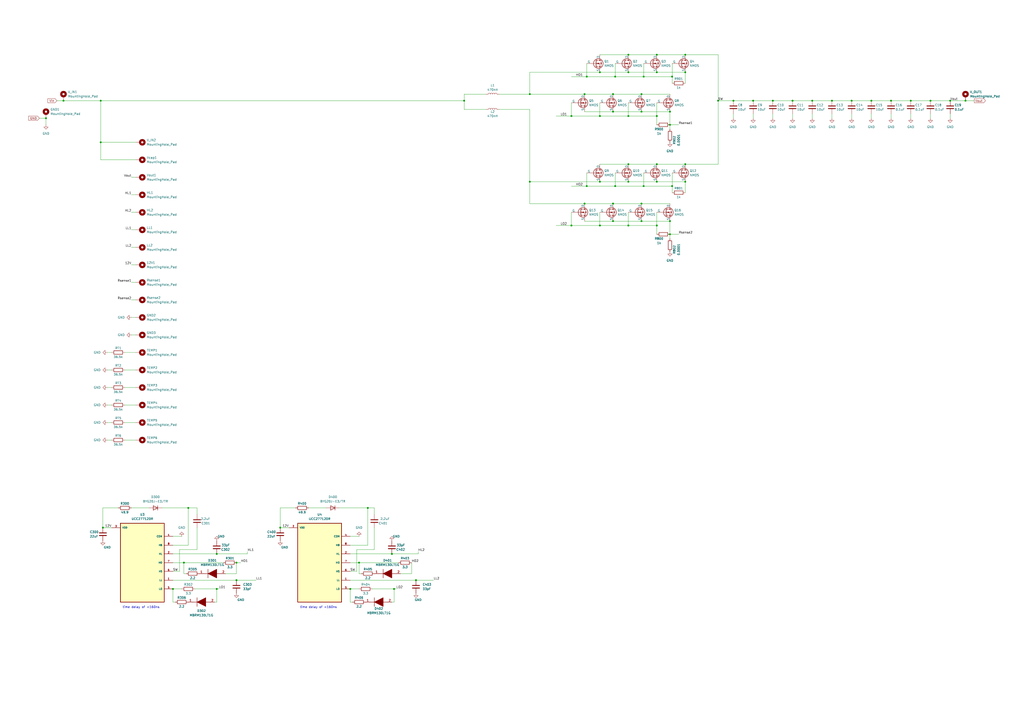
<source format=kicad_sch>
(kicad_sch (version 20230121) (generator eeschema)
  (paper "A2")
  (junction (at 137.16 326.39))
  (junction (at 364.49 105.41))
  (junction (at 482.6 58.42))
  (junction (at 100.33 341.63))
  (junction (at 203.2 341.63))
  (junction (at 364.49 41.91))
  (junction (at 347.98 41.91))
  (junction (at 388.62 128.27))
  (junction (at 331.47 130.81))
  (junction (at 389.89 44.45))
  (junction (at 355.6 64.77))
  (junction (at 26.67 68.58))
  (junction (at 356.87 44.45))
  (junction (at 364.49 130.81))
  (junction (at 364.49 67.31))
  (junction (at 59.69 306.07))
  (junction (at 372.11 54.61))
  (junction (at 347.98 105.41))
  (junction (at 339.09 118.11))
  (junction (at 397.51 105.41))
  (junction (at 227.33 321.31))
  (junction (at 355.6 128.27))
  (junction (at 381 130.81))
  (junction (at 58.42 58.42))
  (junction (at 125.73 321.31))
  (junction (at 106.68 326.39))
  (junction (at 355.6 54.61))
  (junction (at 388.62 135.89))
  (junction (at 560.07 58.42))
  (junction (at 373.38 107.95))
  (junction (at 372.11 118.11))
  (junction (at 162.56 306.07))
  (junction (at 356.87 107.95))
  (junction (at 471.17 58.42))
  (junction (at 331.47 67.31))
  (junction (at 397.51 95.25))
  (junction (at 58.42 82.55))
  (junction (at 340.36 44.45))
  (junction (at 340.36 107.95))
  (junction (at 241.3 336.55))
  (junction (at 347.98 130.81))
  (junction (at 125.73 341.63))
  (junction (at 528.32 58.42))
  (junction (at 459.74 58.42))
  (junction (at 505.46 58.42))
  (junction (at 307.34 54.61))
  (junction (at 372.11 64.77))
  (junction (at 397.51 31.75))
  (junction (at 388.62 64.77))
  (junction (at 381 31.75))
  (junction (at 539.75 58.42))
  (junction (at 494.03 58.42))
  (junction (at 381 95.25))
  (junction (at 381 67.31))
  (junction (at 436.88 58.42))
  (junction (at 213.36 294.64))
  (junction (at 269.24 58.42))
  (junction (at 355.6 118.11))
  (junction (at 381 105.41))
  (junction (at 137.16 336.55))
  (junction (at 388.62 72.39))
  (junction (at 339.09 54.61))
  (junction (at 307.34 105.41))
  (junction (at 208.28 326.39))
  (junction (at 397.51 41.91))
  (junction (at 551.18 58.42))
  (junction (at 228.6 341.63))
  (junction (at 389.89 107.95))
  (junction (at 364.49 95.25))
  (junction (at 364.49 31.75))
  (junction (at 425.45 58.42))
  (junction (at 416.56 58.42))
  (junction (at 448.31 58.42))
  (junction (at 372.11 128.27))
  (junction (at 109.22 294.64))
  (junction (at 36.83 58.42))
  (junction (at 373.38 44.45))
  (junction (at 347.98 67.31))
  (junction (at 516.89 58.42))
  (junction (at 381 41.91))
  (wire (pts (xy 388.62 135.89) (xy 388.62 138.43)))
  (wire (pts (xy 36.83 58.42) (xy 58.42 58.42)))
  (wire (pts (xy 322.58 130.81) (xy 331.47 130.81)))
  (wire (pts (xy 72.39 224.79) (xy 78.74 224.79)))
  (wire (pts (xy 381 41.91) (xy 397.51 41.91)))
  (wire (pts (xy 307.34 105.41) (xy 347.98 105.41)))
  (wire (pts (xy 231.14 326.39) (xy 208.28 326.39)))
  (wire (pts (xy 269.24 58.42) (xy 269.24 63.5)))
  (wire (pts (xy 76.2 143.51) (xy 78.74 143.51)))
  (wire (pts (xy 64.77 224.79) (xy 62.23 224.79)))
  (wire (pts (xy 372.11 118.11) (xy 388.62 118.11)))
  (wire (pts (xy 381 135.89) (xy 381 130.81)))
  (wire (pts (xy 113.03 341.63) (xy 125.73 341.63)))
  (wire (pts (xy 100.33 336.55) (xy 137.16 336.55)))
  (wire (pts (xy 436.88 58.42) (xy 425.45 58.42)))
  (wire (pts (xy 347.98 41.91) (xy 364.49 41.91)))
  (wire (pts (xy 217.17 318.77) (xy 207.01 318.77)))
  (wire (pts (xy 76.2 184.15) (xy 78.74 184.15)))
  (wire (pts (xy 208.28 326.39) (xy 208.28 332.74)))
  (wire (pts (xy 339.09 64.77) (xy 355.6 64.77)))
  (wire (pts (xy 106.68 326.39) (xy 100.33 326.39)))
  (wire (pts (xy 208.28 326.39) (xy 203.2 326.39)))
  (wire (pts (xy 381 59.69) (xy 381 67.31)))
  (wire (pts (xy 459.74 66.04) (xy 459.74 68.58)))
  (wire (pts (xy 339.09 128.27) (xy 355.6 128.27)))
  (wire (pts (xy 208.28 341.63) (xy 203.2 341.63)))
  (wire (pts (xy 137.16 326.39) (xy 137.16 332.74)))
  (wire (pts (xy 355.6 118.11) (xy 372.11 118.11)))
  (wire (pts (xy 93.98 294.64) (xy 109.22 294.64)))
  (wire (pts (xy 373.38 107.95) (xy 389.89 107.95)))
  (wire (pts (xy 72.39 234.95) (xy 78.74 234.95)))
  (wire (pts (xy 355.6 54.61) (xy 372.11 54.61)))
  (wire (pts (xy 331.47 44.45) (xy 340.36 44.45)))
  (wire (pts (xy 242.57 320.04) (xy 242.57 321.31)))
  (wire (pts (xy 76.2 153.67) (xy 78.74 153.67)))
  (wire (pts (xy 289.56 54.61) (xy 307.34 54.61)))
  (wire (pts (xy 331.47 59.69) (xy 331.47 67.31)))
  (wire (pts (xy 238.76 332.74) (xy 232.41 332.74)))
  (wire (pts (xy 125.73 341.63) (xy 125.73 349.25)))
  (wire (pts (xy 143.51 320.04) (xy 143.51 321.31)))
  (wire (pts (xy 162.56 294.64) (xy 162.56 306.07)))
  (wire (pts (xy 228.6 341.63) (xy 228.6 349.25)))
  (wire (pts (xy 372.11 64.77) (xy 388.62 64.77)))
  (wire (pts (xy 107.95 332.74) (xy 106.68 332.74)))
  (wire (pts (xy 76.2 133.35) (xy 78.74 133.35)))
  (wire (pts (xy 209.55 332.74) (xy 208.28 332.74)))
  (wire (pts (xy 516.89 58.42) (xy 528.32 58.42)))
  (wire (pts (xy 347.98 67.31) (xy 364.49 67.31)))
  (wire (pts (xy 331.47 107.95) (xy 340.36 107.95)))
  (wire (pts (xy 137.16 326.39) (xy 139.7 326.39)))
  (wire (pts (xy 137.16 336.55) (xy 148.59 336.55)))
  (wire (pts (xy 104.14 318.77) (xy 104.14 331.47)))
  (wire (pts (xy 551.18 58.42) (xy 560.07 58.42)))
  (wire (pts (xy 125.73 321.31) (xy 143.51 321.31)))
  (wire (pts (xy 397.51 105.41) (xy 397.51 111.76)))
  (wire (pts (xy 364.49 59.69) (xy 364.49 67.31)))
  (wire (pts (xy 109.22 316.23) (xy 100.33 316.23)))
  (wire (pts (xy 381 95.25) (xy 397.51 95.25)))
  (wire (pts (xy 356.87 100.33) (xy 356.87 107.95)))
  (wire (pts (xy 64.77 214.63) (xy 62.23 214.63)))
  (wire (pts (xy 381 31.75) (xy 397.51 31.75)))
  (wire (pts (xy 364.49 95.25) (xy 381 95.25)))
  (wire (pts (xy 494.03 66.04) (xy 494.03 68.58)))
  (wire (pts (xy 347.98 31.75) (xy 364.49 31.75)))
  (wire (pts (xy 355.6 128.27) (xy 372.11 128.27)))
  (wire (pts (xy 76.2 102.87) (xy 78.74 102.87)))
  (wire (pts (xy 505.46 66.04) (xy 505.46 68.58)))
  (wire (pts (xy 539.75 66.04) (xy 539.75 68.58)))
  (wire (pts (xy 356.87 107.95) (xy 373.38 107.95)))
  (wire (pts (xy 389.89 44.45) (xy 389.89 48.26)))
  (wire (pts (xy 59.69 306.07) (xy 64.77 306.07)))
  (wire (pts (xy 137.16 332.74) (xy 130.81 332.74)))
  (wire (pts (xy 281.94 54.61) (xy 269.24 54.61)))
  (wire (pts (xy 364.49 67.31) (xy 381 67.31)))
  (wire (pts (xy 72.39 255.27) (xy 78.74 255.27)))
  (wire (pts (xy 109.22 294.64) (xy 114.3 294.64)))
  (wire (pts (xy 196.85 294.64) (xy 213.36 294.64)))
  (wire (pts (xy 64.77 255.27) (xy 62.23 255.27)))
  (wire (pts (xy 482.6 58.42) (xy 471.17 58.42)))
  (wire (pts (xy 58.42 82.55) (xy 78.74 82.55)))
  (wire (pts (xy 372.11 54.61) (xy 388.62 54.61)))
  (wire (pts (xy 528.32 58.42) (xy 539.75 58.42)))
  (wire (pts (xy 76.2 173.99) (xy 78.74 173.99)))
  (wire (pts (xy 203.2 321.31) (xy 227.33 321.31)))
  (wire (pts (xy 388.62 64.77) (xy 388.62 72.39)))
  (wire (pts (xy 124.46 349.25) (xy 125.73 349.25)))
  (wire (pts (xy 227.33 349.25) (xy 228.6 349.25)))
  (wire (pts (xy 105.41 341.63) (xy 100.33 341.63)))
  (wire (pts (xy 307.34 54.61) (xy 339.09 54.61)))
  (wire (pts (xy 373.38 44.45) (xy 389.89 44.45)))
  (wire (pts (xy 494.03 58.42) (xy 505.46 58.42)))
  (wire (pts (xy 64.77 245.11) (xy 62.23 245.11)))
  (wire (pts (xy 72.39 204.47) (xy 78.74 204.47)))
  (wire (pts (xy 26.67 68.58) (xy 26.67 72.39)))
  (wire (pts (xy 307.34 41.91) (xy 307.34 54.61)))
  (wire (pts (xy 106.68 326.39) (xy 106.68 332.74)))
  (wire (pts (xy 33.02 58.42) (xy 36.83 58.42)))
  (wire (pts (xy 364.49 41.91) (xy 381 41.91)))
  (wire (pts (xy 100.33 331.47) (xy 104.14 331.47)))
  (wire (pts (xy 238.76 326.39) (xy 238.76 332.74)))
  (wire (pts (xy 340.36 36.83) (xy 340.36 44.45)))
  (wire (pts (xy 389.89 107.95) (xy 389.89 111.76)))
  (wire (pts (xy 551.18 66.04) (xy 551.18 68.58)))
  (wire (pts (xy 347.98 123.19) (xy 347.98 130.81)))
  (wire (pts (xy 127 341.63) (xy 125.73 341.63)))
  (wire (pts (xy 381 130.81) (xy 381 123.19)))
  (wire (pts (xy 356.87 44.45) (xy 373.38 44.45)))
  (wire (pts (xy 227.33 321.31) (xy 242.57 321.31)))
  (wire (pts (xy 381 105.41) (xy 397.51 105.41)))
  (wire (pts (xy 539.75 58.42) (xy 551.18 58.42)))
  (wire (pts (xy 448.31 58.42) (xy 436.88 58.42)))
  (wire (pts (xy 340.36 100.33) (xy 340.36 107.95)))
  (wire (pts (xy 109.22 294.64) (xy 109.22 316.23)))
  (wire (pts (xy 207.01 318.77) (xy 207.01 331.47)))
  (wire (pts (xy 72.39 245.11) (xy 78.74 245.11)))
  (wire (pts (xy 416.56 58.42) (xy 416.56 95.25)))
  (wire (pts (xy 364.49 105.41) (xy 381 105.41)))
  (wire (pts (xy 389.89 107.95) (xy 389.89 100.33)))
  (wire (pts (xy 114.3 294.64) (xy 114.3 298.45)))
  (wire (pts (xy 381 72.39) (xy 381 67.31)))
  (wire (pts (xy 64.77 234.95) (xy 62.23 234.95)))
  (wire (pts (xy 171.45 294.64) (xy 162.56 294.64)))
  (wire (pts (xy 203.2 336.55) (xy 241.3 336.55)))
  (wire (pts (xy 560.07 58.42) (xy 565.15 58.42)))
  (wire (pts (xy 416.56 58.42) (xy 425.45 58.42)))
  (wire (pts (xy 471.17 66.04) (xy 471.17 68.58)))
  (wire (pts (xy 307.34 118.11) (xy 307.34 105.41)))
  (wire (pts (xy 388.62 72.39) (xy 388.62 74.93)))
  (wire (pts (xy 114.3 306.07) (xy 114.3 318.77)))
  (wire (pts (xy 364.49 31.75) (xy 381 31.75)))
  (wire (pts (xy 494.03 58.42) (xy 482.6 58.42)))
  (wire (pts (xy 162.56 306.07) (xy 167.64 306.07)))
  (wire (pts (xy 307.34 118.11) (xy 339.09 118.11)))
  (wire (pts (xy 347.98 95.25) (xy 364.49 95.25)))
  (wire (pts (xy 516.89 66.04) (xy 516.89 68.58)))
  (wire (pts (xy 100.33 321.31) (xy 125.73 321.31)))
  (wire (pts (xy 448.31 66.04) (xy 448.31 68.58)))
  (wire (pts (xy 76.2 194.31) (xy 78.74 194.31)))
  (wire (pts (xy 347.98 105.41) (xy 364.49 105.41)))
  (wire (pts (xy 347.98 130.81) (xy 364.49 130.81)))
  (wire (pts (xy 215.9 341.63) (xy 228.6 341.63)))
  (wire (pts (xy 58.42 58.42) (xy 58.42 82.55)))
  (wire (pts (xy 76.2 163.83) (xy 78.74 163.83)))
  (wire (pts (xy 229.87 341.63) (xy 228.6 341.63)))
  (wire (pts (xy 471.17 58.42) (xy 459.74 58.42)))
  (wire (pts (xy 59.69 294.64) (xy 59.69 306.07)))
  (wire (pts (xy 482.6 66.04) (xy 482.6 68.58)))
  (wire (pts (xy 289.56 63.5) (xy 307.34 63.5)))
  (wire (pts (xy 213.36 294.64) (xy 217.17 294.64)))
  (wire (pts (xy 397.51 95.25) (xy 416.56 95.25)))
  (wire (pts (xy 364.49 123.19) (xy 364.49 130.81)))
  (wire (pts (xy 397.51 41.91) (xy 397.51 48.26)))
  (wire (pts (xy 76.2 113.03) (xy 78.74 113.03)))
  (wire (pts (xy 307.34 41.91) (xy 347.98 41.91)))
  (wire (pts (xy 281.94 63.5) (xy 269.24 63.5)))
  (wire (pts (xy 340.36 44.45) (xy 356.87 44.45)))
  (wire (pts (xy 241.3 336.55) (xy 251.46 336.55)))
  (wire (pts (xy 373.38 36.83) (xy 373.38 44.45)))
  (wire (pts (xy 100.33 349.25) (xy 100.33 341.63)))
  (wire (pts (xy 416.56 31.75) (xy 416.56 58.42)))
  (wire (pts (xy 388.62 72.39) (xy 393.7 72.39)))
  (wire (pts (xy 217.17 294.64) (xy 217.17 298.45)))
  (wire (pts (xy 307.34 63.5) (xy 307.34 105.41)))
  (wire (pts (xy 58.42 58.42) (xy 269.24 58.42)))
  (wire (pts (xy 203.2 349.25) (xy 203.2 341.63)))
  (wire (pts (xy 68.58 294.64) (xy 59.69 294.64)))
  (wire (pts (xy 72.39 214.63) (xy 78.74 214.63)))
  (wire (pts (xy 322.58 67.31) (xy 331.47 67.31)))
  (wire (pts (xy 22.86 68.58) (xy 26.67 68.58)))
  (wire (pts (xy 340.36 107.95) (xy 356.87 107.95)))
  (wire (pts (xy 436.88 66.04) (xy 436.88 68.58)))
  (wire (pts (xy 339.09 118.11) (xy 355.6 118.11)))
  (wire (pts (xy 364.49 130.81) (xy 381 130.81)))
  (wire (pts (xy 356.87 36.83) (xy 356.87 44.45)))
  (wire (pts (xy 179.07 294.64) (xy 189.23 294.64)))
  (wire (pts (xy 347.98 59.69) (xy 347.98 67.31)))
  (wire (pts (xy 208.28 311.15) (xy 203.2 311.15)))
  (wire (pts (xy 76.2 123.19) (xy 78.74 123.19)))
  (wire (pts (xy 425.45 66.04) (xy 425.45 68.58)))
  (wire (pts (xy 76.2 294.64) (xy 86.36 294.64)))
  (wire (pts (xy 114.3 318.77) (xy 104.14 318.77)))
  (wire (pts (xy 355.6 64.77) (xy 372.11 64.77)))
  (wire (pts (xy 58.42 92.71) (xy 78.74 92.71)))
  (wire (pts (xy 213.36 294.64) (xy 213.36 316.23)))
  (wire (pts (xy 331.47 130.81) (xy 347.98 130.81)))
  (wire (pts (xy 58.42 82.55) (xy 58.42 92.71)))
  (wire (pts (xy 397.51 31.75) (xy 416.56 31.75)))
  (wire (pts (xy 269.24 54.61) (xy 269.24 58.42)))
  (wire (pts (xy 372.11 128.27) (xy 388.62 128.27)))
  (wire (pts (xy 217.17 306.07) (xy 217.17 318.77)))
  (wire (pts (xy 528.32 66.04) (xy 528.32 68.58)))
  (wire (pts (xy 101.6 349.25) (xy 100.33 349.25)))
  (wire (pts (xy 203.2 331.47) (xy 207.01 331.47)))
  (wire (pts (xy 204.47 349.25) (xy 203.2 349.25)))
  (wire (pts (xy 388.62 135.89) (xy 393.7 135.89)))
  (wire (pts (xy 459.74 58.42) (xy 448.31 58.42)))
  (wire (pts (xy 331.47 123.19) (xy 331.47 130.81)))
  (wire (pts (xy 339.09 54.61) (xy 355.6 54.61)))
  (wire (pts (xy 213.36 316.23) (xy 203.2 316.23)))
  (wire (pts (xy 129.54 326.39) (xy 106.68 326.39)))
  (wire (pts (xy 331.47 67.31) (xy 347.98 67.31)))
  (wire (pts (xy 505.46 58.42) (xy 516.89 58.42)))
  (wire (pts (xy 388.62 128.27) (xy 388.62 135.89)))
  (wire (pts (xy 373.38 100.33) (xy 373.38 107.95)))
  (wire (pts (xy 389.89 44.45) (xy 389.89 36.83)))
  (wire (pts (xy 64.77 204.47) (xy 62.23 204.47)))
  (wire (pts (xy 105.41 311.15) (xy 100.33 311.15)))
  (text "time delay of <160ns" (at 71.12 353.06 0) (effects (font (size 1.27 1.27)) (justify left bottom)))
  (text "time delay of <160ns" (at 173.99 353.06 0) (effects (font (size 1.27 1.27)) (justify left bottom)))
  (label "SW" (at 100.33 331.47 0))
  (label "LL1" (at 76.2 133.35 180))
  (label "LO2" (at 325.12 130.81 0))
  (label "Rsense1" (at 76.2 163.83 180))
  (label "HO2" (at 334.01 107.95 0))
  (label "HL2" (at 76.2 123.19 180))
  (label "LO1" (at 127 341.63 0))
  (label "LO1" (at 325.12 67.31 0))
  (label "Vout" (at 76.2 102.87 180))
  (label "HO2" (at 238.76 326.39 0))
  (label "SW" (at 416.56 58.42 0))
  (label "HL1" (at 76.2 113.03 180))
  (label "HO1" (at 334.01 44.45 0))
  (label "LO2" (at 229.87 341.63 0))
  (label "12V" (at 163.83 306.07 0))
  (label "HO1" (at 139.7 326.39 0))
  (label "LL2" (at 76.2 143.51 180))
  (label "12V" (at 60.96 306.07 0))
  (label "Rsense2" (at 393.7 135.89 0))
  (label "HL1" (at 143.51 320.04 0))
  (label "12V" (at 76.2 153.67 180))
  (label "Rsense2" (at 76.2 173.99 180))
  (label "LL2" (at 251.46 336.55 0))
  (label "LL1" (at 148.59 336.55 0))
  (label "Rsense1" (at 393.7 72.39 0))
  (label "Vout" (at 551.18 58.42 0))
  (label "HL2" (at 242.57 320.04 0))
  (label "SW" (at 203.2 331.47 0))
  (global_label "Vout" (shape output) (at 565.15 58.42 0) (property "Intersheetrefs" "${INTERSHEET_REFS}" (effects hide)))
  (global_label "GND" (shape input) (at 22.86 68.58 180) (property "Intersheetrefs" "${INTERSHEET_REFS}" (effects hide)))
  (global_label "Vin" (shape input) (at 33.02 58.42 180) (property "Intersheetrefs" "${INTERSHEET_REFS}" (effects hide)))
  (symbol (lib_id "power:GND") (at 528.32 68.58 0) (unit 1)
    (property "Reference" "#PWR022" (effects hide))
    (property "Value" "GND" (at 528.32 73.66 0))
  )
  (symbol (lib_id "Device:R") (at 388.62 142.24 0) (unit 1)
    (property "Reference" "R802" (at 391.16 144.78 90))
    (property "Value" "0.0001" (at 393.7 144.78 90))
    (property "Footprint" "SnapEDA Library:PSR500HTQFB0L10" (effects hide))
  )
  (symbol (lib_id "UCC27712DR:UCC27712DR") (at 82.55 326.39 0) (mirror y) (unit 1)
    (property "Reference" "U3" (at 82.55 298.45 0))
    (property "Value" "UCC27712DR" (at 82.55 300.99 0))
    (property "Footprint" "SnapEDA Library:SOIC127P599X175-8N" (effects hide))
  )
  (symbol (lib_id "MBRM130LT1G:MBRM130LT1G") (at 115.57 332.74 0) (unit 1)
    (property "Reference" "D301" (at 123.19 325.12 0))
    (property "Value" "MBRM130LT1G" (at 123.19 327.66 0))
    (property "Footprint" "SnapEDA Library:MBRM130LT1G" (effects hide))
    (property "Datasheet" "http://www.onsemi.com/pub/Collateral/MBRM130L-D.PDF" (effects hide))
    (property "Manufacturer_Name" "onsemi" (effects hide))
    (property "Manufacturer_Part_Number" "MBRM130LT1G" (effects hide))
    (property "Mouser Part Number" "863-MBRM130LT1G" (effects hide))
    (property "Mouser Price/Stock" "https://www.mouser.co.uk/ProductDetail/onsemi/MBRM130LT1G?qs=3JMERSakebrXPEmSbT3BNg%3D%3D" (effects hide))
    (property "Arrow Part Number" "MBRM130LT1G" (effects hide))
    (property "Arrow Price/Stock" "https://www.arrow.com/en/products/mbrm130lt1g/on-semiconductor?region=europe" (effects hide))
  )
  (symbol (lib_id "Mechanical:MountingHole_Pad") (at 81.28 133.35 270) (unit 1)
    (property "Reference" "LL1" (at 85.09 132.08 90) (effects (justify left)))
    (property "Value" "MountingHole_Pad" (at 85.09 134.62 90) (effects (justify left)))
    (property "Footprint" "TestPoint:TestPoint_THTPad_D2.5mm_Drill1.2mm" (effects hide))
  )
  (symbol (lib_id "Device:R") (at 234.95 326.39 270) (unit 1)
    (property "Reference" "R403" (at 234.95 323.85 90))
    (property "Value" "3.3" (at 234.95 328.93 90))
    (property "Footprint" "Resistor_SMD:R_1206_3216Metric_Pad1.30x1.75mm_HandSolder" (effects hide))
  )
  (symbol (lib_id "power:GND") (at 425.45 68.58 0) (unit 1)
    (property "Reference" "#PWR013" (effects hide))
    (property "Value" "GND" (at 425.45 73.66 0))
  )
  (symbol (lib_id "power:GND") (at 551.18 68.58 0) (unit 1)
    (property "Reference" "#PWR024" (effects hide))
    (property "Value" "GND" (at 551.18 73.66 0))
  )
  (symbol (lib_id "Simulation_SPICE:NMOS") (at 353.06 59.69 0) (unit 1)
    (property "Reference" "Q6" (at 358.14 58.42 0) (effects (justify left)))
    (property "Value" "NMOS" (at 358.14 60.96 0) (effects (justify left)))
    (property "Footprint" "SnapEDA Library:TO-220-3_Horizontal_TabDown no hole" (effects hide))
    (property "Datasheet" "https://www.mouser.com/datasheet/2/196/Infineon_IPP024N08NF2S_DataSheet_v02_00_EN-2399825.pdf" (effects hide))
    (property "Sim.Device" "NMOS" (effects hide))
    (property "Sim.Type" "VDMOS" (effects hide))
    (property "Sim.Pins" "1=G 2=D 3=S" (effects hide))
  )
  (symbol (lib_id "MBRM130LT1G:MBRM130LT1G") (at 109.22 349.25 0) (unit 1)
    (property "Reference" "D302" (at 116.84 354.33 0))
    (property "Value" "MBRM130LT1G" (at 116.84 356.87 0))
    (property "Footprint" "SnapEDA Library:MBRM130LT1G" (effects hide))
    (property "Datasheet" "http://www.onsemi.com/pub/Collateral/MBRM130L-D.PDF" (effects hide))
    (property "Manufacturer_Name" "onsemi" (effects hide))
    (property "Manufacturer_Part_Number" "MBRM130LT1G" (effects hide))
    (property "Mouser Part Number" "863-MBRM130LT1G" (effects hide))
    (property "Mouser Price/Stock" "https://www.mouser.co.uk/ProductDetail/onsemi/MBRM130LT1G?qs=3JMERSakebrXPEmSbT3BNg%3D%3D" (effects hide))
    (property "Arrow Part Number" "MBRM130LT1G" (effects hide))
    (property "Arrow Price/Stock" "https://www.arrow.com/en/products/mbrm130lt1g/on-semiconductor?region=europe" (effects hide))
  )
  (symbol (lib_id "power:GND") (at 105.41 311.15 180) (unit 1)
    (property "Reference" "#PWR03" (effects hide))
    (property "Value" "GND" (at 105.41 306.07 0))
  )
  (symbol (lib_id "MBRM130LT1G:MBRM130LT1G") (at 217.17 332.74 0) (unit 1)
    (property "Reference" "D401" (at 224.79 325.12 0))
    (property "Value" "MBRM130LT1G" (at 224.79 327.66 0))
    (property "Footprint" "SnapEDA Library:MBRM130LT1G" (effects hide))
    (property "Datasheet" "http://www.onsemi.com/pub/Collateral/MBRM130L-D.PDF" (effects hide))
    (property "Manufacturer_Name" "onsemi" (effects hide))
    (property "Manufacturer_Part_Number" "MBRM130LT1G" (effects hide))
    (property "Mouser Part Number" "863-MBRM130LT1G" (effects hide))
    (property "Mouser Price/Stock" "https://www.mouser.co.uk/ProductDetail/onsemi/MBRM130LT1G?qs=3JMERSakebrXPEmSbT3BNg%3D%3D" (effects hide))
    (property "Arrow Part Number" "MBRM130LT1G" (effects hide))
    (property "Arrow Price/Stock" "https://www.arrow.com/en/products/mbrm130lt1g/on-semiconductor?region=europe" (effects hide))
  )
  (symbol (lib_id "Mechanical:MountingHole_Pad") (at 81.28 82.55 270) (unit 1)
    (property "Reference" "V_IN2" (at 85.09 81.28 90) (effects (justify left)))
    (property "Value" "MountingHole_Pad" (at 85.09 83.82 90) (effects (justify left)))
    (property "Footprint" "TestPoint:TestPoint_THTPad_D2.5mm_Drill1.2mm" (effects hide))
  )
  (symbol (lib_id "Mechanical:MountingHole_Pad") (at 81.28 153.67 270) (unit 1)
    (property "Reference" "12V1" (at 85.09 152.4 90) (effects (justify left)))
    (property "Value" "MountingHole_Pad" (at 85.09 154.94 90) (effects (justify left)))
    (property "Footprint" "TestPoint:TestPoint_THTPad_D2.5mm_Drill1.2mm" (effects hide))
  )
  (symbol (lib_id "Device:D") (at 193.04 294.64 180) (unit 1)
    (property "Reference" "D400" (at 193.04 288.29 0))
    (property "Value" "BYG20J-E3/TR" (at 193.04 290.83 0))
    (property "Footprint" "Diode_SMD:D_SMA" (effects hide))
    (property "Sim.Device" "D" (effects hide))
    (property "Sim.Pins" "1=K 2=A" (effects hide))
  )
  (symbol (lib_id "Mechanical:MountingHole_Pad") (at 81.28 102.87 270) (unit 1)
    (property "Reference" "Vout1" (at 85.09 101.6 90) (effects (justify left)))
    (property "Value" "MountingHole_Pad" (at 85.09 104.14 90) (effects (justify left)))
    (property "Footprint" "TestPoint:TestPoint_THTPad_D2.5mm_Drill1.2mm" (effects hide))
  )
  (symbol (lib_id "Mechanical:MountingHole_Pad") (at 81.28 224.79 270) (unit 1)
    (property "Reference" "TEMP3" (at 85.09 223.52 90) (effects (justify left)))
    (property "Value" "MountingHole_Pad" (at 85.09 226.06 90) (effects (justify left)))
    (property "Footprint" "TestPoint:TestPoint_THTPad_D2.5mm_Drill1.2mm" (effects hide))
  )
  (symbol (lib_id "power:GND") (at 471.17 68.58 0) (unit 1)
    (property "Reference" "#PWR017" (effects hide))
    (property "Value" "GND" (at 471.17 73.66 0))
  )
  (symbol (lib_id "power:GND") (at 162.56 313.69 0) (unit 1)
    (property "Reference" "#PWR06" (effects hide))
    (property "Value" "GND" (at 165.1 317.5 0))
  )
  (symbol (lib_id "Mechanical:MountingHole_Pad") (at 81.28 184.15 270) (unit 1)
    (property "Reference" "GND2" (at 85.09 182.88 90) (effects (justify left)))
    (property "Value" "MountingHole_Pad" (at 85.09 185.42 90) (effects (justify left)))
    (property "Footprint" "TestPoint:TestPoint_THTPad_D2.5mm_Drill1.2mm" (effects hide))
  )
  (symbol (lib_id "Device:D") (at 90.17 294.64 180) (unit 1)
    (property "Reference" "D300" (at 90.17 288.29 0))
    (property "Value" "BYG20J-E3/TR" (at 90.17 290.83 0))
    (property "Footprint" "Diode_SMD:D_SMA" (effects hide))
    (property "Sim.Device" "D" (effects hide))
    (property "Sim.Pins" "1=K 2=A" (effects hide))
  )
  (symbol (lib_id "Device:R") (at 68.58 245.11 270) (mirror x) (unit 1)
    (property "Reference" "RT5" (at 68.58 242.57 90))
    (property "Value" "36.5k" (at 68.58 247.65 90))
    (property "Footprint" "Resistor_SMD:R_0603_1608Metric_Pad0.98x0.95mm_HandSolder" (effects hide))
  )
  (symbol (lib_id "Device:R") (at 208.28 349.25 270) (unit 1)
    (property "Reference" "R406" (at 208.28 346.71 90))
    (property "Value" "2.2" (at 208.28 351.79 90))
    (property "Footprint" "Resistor_SMD:R_1206_3216Metric_Pad1.30x1.75mm_HandSolder" (effects hide))
  )
  (symbol (lib_id "Device:R") (at 72.39 294.64 270) (unit 1)
    (property "Reference" "R300" (at 72.39 292.1 90))
    (property "Value" "49.9" (at 72.39 297.18 90))
    (property "Footprint" "Resistor_SMD:R_1206_3216Metric_Pad1.30x1.75mm_HandSolder" (effects hide))
  )
  (symbol (lib_id "power:GND") (at 539.75 68.58 0) (unit 1)
    (property "Reference" "#PWR023" (effects hide))
    (property "Value" "GND" (at 539.75 73.66 0))
  )
  (symbol (lib_id "Device:C") (at 516.89 62.23 0) (unit 1)
    (property "Reference" "C16" (at 519.43 60.96 0) (effects (justify left)))
    (property "Value" "0.1uF" (at 519.43 63.5 0) (effects (justify left)))
    (property "Footprint" "Capacitor_SMD:C_1210_3225Metric_Pad1.33x2.70mm_HandSolder" (effects hide))
    (property "Datasheet" "https://product.tdk.com/system/files/dam/doc/product/capacitor/ceramic/mlcc/catalog/mlcc_commercial_midvoltage_en.pdf" (effects hide))
  )
  (symbol (lib_id "Device:C") (at 217.17 302.26 0) (unit 1)
    (property "Reference" "C401" (at 224.79 303.53 0) (effects (justify right)))
    (property "Value" "2.2uF" (at 226.06 300.99 0) (effects (justify right)))
    (property "Footprint" "Capacitor_SMD:C_1206_3216Metric_Pad1.33x1.80mm_HandSolder" (effects hide))
  )
  (symbol (lib_id "power:GND") (at 137.16 344.17 0) (unit 1)
    (property "Reference" "#PWR05" (effects hide))
    (property "Value" "GND" (at 139.7 347.98 0))
  )
  (symbol (lib_id "Simulation_SPICE:NMOS") (at 369.57 123.19 0) (unit 1)
    (property "Reference" "Q15" (at 374.65 121.92 0) (effects (justify left)))
    (property "Value" "NMOS" (at 374.65 124.46 0) (effects (justify left)))
    (property "Footprint" "SnapEDA Library:TO-220-3_Horizontal_TabDown no hole" (effects hide))
    (property "Datasheet" "https://www.mouser.com/datasheet/2/196/Infineon_IPP024N08NF2S_DataSheet_v02_00_EN-2399825.pdf" (effects hide))
    (property "Sim.Device" "NMOS" (effects hide))
    (property "Sim.Type" "VDMOS" (effects hide))
    (property "Sim.Pins" "1=G 2=D 3=S" (effects hide))
  )
  (symbol (lib_id "Mechanical:MountingHole_Pad") (at 560.07 55.88 0) (unit 1)
    (property "Reference" "V_OUT1" (at 562.61 53.34 0) (effects (justify left)))
    (property "Value" "MountingHole_Pad" (at 562.61 55.88 0) (effects (justify left)))
    (property "Footprint" "MountingHole:MountingHole_8.4mm_M8_Pad_TopBottom" (effects hide))
  )
  (symbol (lib_id "Device:R") (at 213.36 332.74 270) (unit 1)
    (property "Reference" "R405" (at 213.36 330.2 90))
    (property "Value" "2.2" (at 213.36 335.28 90))
    (property "Footprint" "Resistor_SMD:R_1206_3216Metric_Pad1.30x1.75mm_HandSolder" (effects hide))
  )
  (symbol (lib_id "Mechanical:MountingHole_Pad") (at 81.28 255.27 270) (unit 1)
    (property "Reference" "TEMP6" (at 85.09 254 90) (effects (justify left)))
    (property "Value" "MountingHole_Pad" (at 85.09 256.54 90) (effects (justify left)))
    (property "Footprint" "TestPoint:TestPoint_THTPad_D2.5mm_Drill1.2mm" (effects hide))
  )
  (symbol (lib_id "Simulation_SPICE:NMOS") (at 394.97 100.33 0) (unit 1)
    (property "Reference" "Q12" (at 400.05 99.06 0) (effects (justify left)))
    (property "Value" "NMOS" (at 400.05 101.6 0) (effects (justify left)))
    (property "Footprint" "SnapEDA Library:TO-220-3_Horizontal_TabDown no hole" (effects hide))
    (property "Datasheet" "https://www.mouser.com/datasheet/2/196/Infineon_IPP024N08NF2S_DataSheet_v02_00_EN-2399825.pdf" (effects hide))
    (property "Sim.Device" "NMOS" (effects hide))
    (property "Sim.Type" "VDMOS" (effects hide))
    (property "Sim.Pins" "1=G 2=D 3=S" (effects hide))
  )
  (symbol (lib_id "Device:C") (at 59.69 309.88 180) (unit 1)
    (property "Reference" "C300" (at 52.07 308.61 0) (effects (justify right)))
    (property "Value" "22uF" (at 52.07 311.15 0) (effects (justify right)))
    (property "Footprint" "Capacitor_SMD:C_1206_3216Metric_Pad1.33x1.80mm_HandSolder" (effects hide))
  )
  (symbol (lib_id "power:GND") (at 388.62 82.55 0) (unit 1)
    (property "Reference" "#PWR010" (effects hide))
    (property "Value" "GND" (at 388.62 87.63 0))
  )
  (symbol (lib_id "power:GND") (at 62.23 255.27 270) (mirror x) (unit 1)
    (property "Reference" "#PWR032" (effects hide))
    (property "Value" "GND" (at 58.42 255.27 90) (effects (justify right)))
  )
  (symbol (lib_id "Simulation_SPICE:NMOS") (at 336.55 59.69 0) (unit 1)
    (property "Reference" "Q5" (at 341.63 58.42 0) (effects (justify left)))
    (property "Value" "NMOS" (at 341.63 60.96 0) (effects (justify left)))
    (property "Footprint" "SnapEDA Library:TO-220-3_Horizontal_TabDown no hole" (effects hide))
    (property "Datasheet" "https://www.mouser.com/datasheet/2/196/Infineon_IPP024N08NF2S_DataSheet_v02_00_EN-2399825.pdf" (effects hide))
    (property "Sim.Device" "NMOS" (effects hide))
    (property "Sim.Type" "VDMOS" (effects hide))
    (property "Sim.Pins" "1=G 2=D 3=S" (effects hide))
  )
  (symbol (lib_id "Device:C") (at 448.31 62.23 0) (unit 1)
    (property "Reference" "C10" (at 450.85 60.96 0) (effects (justify left)))
    (property "Value" "10uF" (at 450.85 63.5 0) (effects (justify left)))
    (property "Footprint" "Capacitor_SMD:C_1210_3225Metric_Pad1.33x2.70mm_HandSolder" (effects hide))
    (property "Datasheet" "https://product.tdk.com/system/files/dam/doc/product/capacitor/ceramic/mlcc/catalog/mlcc_commercial_midvoltage_en.pdf" (effects hide))
  )
  (symbol (lib_id "Mechanical:MountingHole_Pad") (at 81.28 163.83 270) (unit 1)
    (property "Reference" "Rsense1" (at 85.09 162.56 90) (effects (justify left)))
    (property "Value" "MountingHole_Pad" (at 85.09 165.1 90) (effects (justify left)))
    (property "Footprint" "TestPoint:TestPoint_THTPad_D2.5mm_Drill1.2mm" (effects hide))
  )
  (symbol (lib_id "Simulation_SPICE:NMOS") (at 353.06 123.19 0) (unit 1)
    (property "Reference" "Q14" (at 358.14 121.92 0) (effects (justify left)))
    (property "Value" "NMOS" (at 358.14 124.46 0) (effects (justify left)))
    (property "Footprint" "SnapEDA Library:TO-220-3_Horizontal_TabDown no hole" (effects hide))
    (property "Datasheet" "https://www.mouser.com/datasheet/2/196/Infineon_IPP024N08NF2S_DataSheet_v02_00_EN-2399825.pdf" (effects hide))
    (property "Sim.Device" "NMOS" (effects hide))
    (property "Sim.Type" "VDMOS" (effects hide))
    (property "Sim.Pins" "1=G 2=D 3=S" (effects hide))
  )
  (symbol (lib_id "Simulation_SPICE:NMOS") (at 369.57 59.69 0) (unit 1)
    (property "Reference" "Q7" (at 374.65 58.42 0) (effects (justify left)))
    (property "Value" "NMOS" (at 374.65 60.96 0) (effects (justify left)))
    (property "Footprint" "SnapEDA Library:TO-220-3_Horizontal_TabDown no hole" (effects hide))
    (property "Datasheet" "https://www.mouser.com/datasheet/2/196/Infineon_IPP024N08NF2S_DataSheet_v02_00_EN-2399825.pdf" (effects hide))
    (property "Sim.Device" "NMOS" (effects hide))
    (property "Sim.Type" "VDMOS" (effects hide))
    (property "Sim.Pins" "1=G 2=D 3=S" (effects hide))
  )
  (symbol (lib_id "power:GND") (at 241.3 344.17 0) (unit 1)
    (property "Reference" "#PWR09" (effects hide))
    (property "Value" "GND" (at 242.57 347.98 0))
  )
  (symbol (lib_id "Mechanical:MountingHole_Pad") (at 81.28 245.11 270) (unit 1)
    (property "Reference" "TEMP5" (at 85.09 243.84 90) (effects (justify left)))
    (property "Value" "MountingHole_Pad" (at 85.09 246.38 90) (effects (justify left)))
    (property "Footprint" "TestPoint:TestPoint_THTPad_D2.5mm_Drill1.2mm" (effects hide))
  )
  (symbol (lib_id "Device:R") (at 393.7 111.76 270) (unit 1)
    (property "Reference" "R801" (at 393.7 109.22 90))
    (property "Value" "1k" (at 393.7 114.3 90))
    (property "Footprint" "Resistor_SMD:R_1206_3216Metric_Pad1.30x1.75mm_HandSolder" (effects hide))
  )
  (symbol (lib_id "Device:C") (at 162.56 309.88 180) (unit 1)
    (property "Reference" "C400" (at 154.94 308.61 0) (effects (justify right)))
    (property "Value" "22uF" (at 154.94 311.15 0) (effects (justify right)))
    (property "Footprint" "Capacitor_SMD:C_1206_3216Metric_Pad1.33x1.80mm_HandSolder" (effects hide))
  )
  (symbol (lib_id "power:GND") (at 436.88 68.58 0) (unit 1)
    (property "Reference" "#PWR014" (effects hide))
    (property "Value" "GND" (at 436.88 73.66 0))
  )
  (symbol (lib_id "Device:C") (at 436.88 62.23 0) (unit 1)
    (property "Reference" "C9" (at 439.42 60.96 0) (effects (justify left)))
    (property "Value" "10uF" (at 439.42 63.5 0) (effects (justify left)))
    (property "Footprint" "Capacitor_SMD:C_1210_3225Metric_Pad1.33x2.70mm_HandSolder" (effects hide))
    (property "Datasheet" "https://product.tdk.com/system/files/dam/doc/product/capacitor/ceramic/mlcc/catalog/mlcc_commercial_midvoltage_en.pdf" (effects hide))
  )
  (symbol (lib_id "Simulation_SPICE:NMOS") (at 378.46 100.33 0) (unit 1)
    (property "Reference" "Q11" (at 383.54 99.06 0) (effects (justify left)))
    (property "Value" "NMOS" (at 383.54 101.6 0) (effects (justify left)))
    (property "Footprint" "SnapEDA Library:TO-220-3_Horizontal_TabDown no hole" (effects hide))
    (property "Datasheet" "https://www.mouser.com/datasheet/2/196/Infineon_IPP024N08NF2S_DataSheet_v02_00_EN-2399825.pdf" (effects hide))
    (property "Sim.Device" "NMOS" (effects hide))
    (property "Sim.Type" "VDMOS" (effects hide))
    (property "Sim.Pins" "1=G 2=D 3=S" (effects hide))
  )
  (symbol (lib_id "Device:R") (at 68.58 214.63 90) (mirror x) (unit 1)
    (property "Reference" "RT2" (at 68.58 212.09 90))
    (property "Value" "36.5k" (at 68.58 217.17 90))
    (property "Footprint" "Resistor_SMD:R_0603_1608Metric_Pad0.98x0.95mm_HandSolder" (effects hide))
  )
  (symbol (lib_id "power:GND") (at 76.2 184.15 270) (unit 1)
    (property "Reference" "#PWR026" (effects hide))
    (property "Value" "GND" (at 72.39 184.15 90) (effects (justify right)))
  )
  (symbol (lib_id "Device:R") (at 384.81 135.89 270) (unit 1)
    (property "Reference" "R800" (at 382.27 138.43 90))
    (property "Value" "1k" (at 382.27 140.97 90))
    (property "Footprint" "Resistor_SMD:R_1206_3216Metric_Pad1.30x1.75mm_HandSolder" (effects hide))
  )
  (symbol (lib_id "power:GND") (at 62.23 224.79 270) (mirror x) (unit 1)
    (property "Reference" "#PWR029" (effects hide))
    (property "Value" "GND" (at 58.42 224.79 90) (effects (justify right)))
  )
  (symbol (lib_id "Device:R") (at 68.58 224.79 270) (mirror x) (unit 1)
    (property "Reference" "RT3" (at 68.58 222.25 90))
    (property "Value" "36.5k" (at 68.58 227.33 90))
    (property "Footprint" "Resistor_SMD:R_0603_1608Metric_Pad0.98x0.95mm_HandSolder" (effects hide))
  )
  (symbol (lib_id "Device:C") (at 471.17 62.23 0) (unit 1)
    (property "Reference" "C12" (at 473.71 60.96 0) (effects (justify left)))
    (property "Value" "10uF" (at 473.71 63.5 0) (effects (justify left)))
    (property "Footprint" "Capacitor_SMD:C_1210_3225Metric_Pad1.33x2.70mm_HandSolder" (effects hide))
    (property "Datasheet" "https://product.tdk.com/system/files/dam/doc/product/capacitor/ceramic/mlcc/catalog/mlcc_commercial_midvoltage_en.pdf" (effects hide))
  )
  (symbol (lib_id "power:GND") (at 62.23 214.63 270) (mirror x) (unit 1)
    (property "Reference" "#PWR028" (effects hide))
    (property "Value" "GND" (at 58.42 214.63 90) (effects (justify right)))
  )
  (symbol (lib_id "Device:R") (at 212.09 341.63 270) (unit 1)
    (property "Reference" "R404" (at 212.09 339.09 90))
    (property "Value" "3.3" (at 212.09 344.17 90))
    (property "Footprint" "Resistor_SMD:R_1206_3216Metric_Pad1.30x1.75mm_HandSolder" (effects hide))
  )
  (symbol (lib_id "power:GND") (at 505.46 68.58 0) (unit 1)
    (property "Reference" "#PWR020" (effects hide))
    (property "Value" "GND" (at 505.46 73.66 0))
  )
  (symbol (lib_id "Mechanical:MountingHole_Pad") (at 81.28 214.63 270) (unit 1)
    (property "Reference" "TEMP2" (at 85.09 213.36 90) (effects (justify left)))
    (property "Value" "MountingHole_Pad" (at 85.09 215.9 90) (effects (justify left)))
    (property "Footprint" "TestPoint:TestPoint_THTPad_D2.5mm_Drill1.2mm" (effects hide))
  )
  (symbol (lib_id "power:GND") (at 76.2 194.31 270) (unit 1)
    (property "Reference" "#PWR025" (effects hide))
    (property "Value" "GND" (at 72.39 194.31 90) (effects (justify right)))
  )
  (symbol (lib_id "power:GND") (at 388.62 146.05 0) (unit 1)
    (property "Reference" "#PWR011" (effects hide))
    (property "Value" "GND" (at 388.62 151.13 0))
  )
  (symbol (lib_id "Device:R") (at 68.58 234.95 270) (mirror x) (unit 1)
    (property "Reference" "RT4" (at 68.58 232.41 90))
    (property "Value" "36.5k" (at 68.58 237.49 90))
    (property "Footprint" "Resistor_SMD:R_0603_1608Metric_Pad0.98x0.95mm_HandSolder" (effects hide))
  )
  (symbol (lib_id "power:GND") (at 459.74 68.58 0) (unit 1)
    (property "Reference" "#PWR016" (effects hide))
    (property "Value" "GND" (at 459.74 73.66 0))
  )
  (symbol (lib_id "Device:R") (at 133.35 326.39 270) (unit 1)
    (property "Reference" "R301" (at 133.35 323.85 90))
    (property "Value" "3.3" (at 133.35 328.93 90))
    (property "Footprint" "Resistor_SMD:R_1206_3216Metric_Pad1.30x1.75mm_HandSolder" (effects hide))
  )
  (symbol (lib_id "Mechanical:MountingHole_Pad") (at 81.28 123.19 270) (unit 1)
    (property "Reference" "HL2" (at 85.09 121.92 90) (effects (justify left)))
    (property "Value" "MountingHole_Pad" (at 85.09 124.46 90) (effects (justify left)))
    (property "Footprint" "TestPoint:TestPoint_THTPad_D2.5mm_Drill1.2mm" (effects hide))
  )
  (symbol (lib_id "Mechanical:MountingHole_Pad") (at 81.28 113.03 270) (unit 1)
    (property "Reference" "HL1" (at 85.09 111.76 90) (effects (justify left)))
    (property "Value" "MountingHole_Pad" (at 85.09 114.3 90) (effects (justify left)))
    (property "Footprint" "TestPoint:TestPoint_THTPad_D2.5mm_Drill1.2mm" (effects hide))
  )
  (symbol (lib_id "Device:R") (at 68.58 255.27 270) (mirror x) (unit 1)
    (property "Reference" "RT6" (at 68.58 252.73 90))
    (property "Value" "36.5k" (at 68.58 257.81 90))
    (property "Footprint" "Resistor_SMD:R_0603_1608Metric_Pad0.98x0.95mm_HandSolder" (effects hide))
  )
  (symbol (lib_id "power:GND") (at 62.23 234.95 270) (mirror x) (unit 1)
    (property "Reference" "#PWR030" (effects hide))
    (property "Value" "GND" (at 58.42 234.95 90) (effects (justify right)))
  )
  (symbol (lib_id "UCC27712DR:UCC27712DR") (at 185.42 326.39 0) (mirror y) (unit 1)
    (property "Reference" "U4" (at 185.42 298.45 0))
    (property "Value" "UCC27712DR" (at 185.42 300.99 0))
    (property "Footprint" "SnapEDA Library:SOIC127P599X175-8N" (effects hide))
  )
  (symbol (lib_name "NMOS_1") (lib_id "Simulation_SPICE:NMOS") (at 345.44 36.83 0) (unit 1)
    (property "Reference" "Q1" (at 350.52 35.56 0) (effects (justify left)))
    (property "Value" "NMOS" (at 350.52 38.1 0) (effects (justify left)))
    (property "Footprint" "SnapEDA Library:TO-220-3_Horizontal_TabDown no hole" (effects hide))
    (property "Datasheet" "https://www.mouser.com/datasheet/2/196/Infineon_IPP024N08NF2S_DataSheet_v02_00_EN-2399825.pdf" (effects hide))
    (property "Sim.Device" "NMOS" (effects hide))
    (property "Sim.Type" "VDMOS" (effects hide))
    (property "Sim.Pins" "1=G 2=D 3=S" (effects hide))
  )
  (symbol (lib_id "Simulation_SPICE:NMOS") (at 386.08 123.19 0) (unit 1)
    (property "Reference" "Q16" (at 391.16 121.92 0) (effects (justify left)))
    (property "Value" "NMOS" (at 391.16 124.46 0) (effects (justify left)))
    (property "Footprint" "SnapEDA Library:TO-220-3_Horizontal_TabDown no hole" (effects hide))
    (property "Datasheet" "https://www.mouser.com/datasheet/2/196/Infineon_IPP024N08NF2S_DataSheet_v02_00_EN-2399825.pdf" (effects hide))
    (property "Sim.Device" "NMOS" (effects hide))
    (property "Sim.Type" "VDMOS" (effects hide))
    (property "Sim.Pins" "1=G 2=D 3=S" (effects hide))
  )
  (symbol (lib_id "Device:C") (at 241.3 340.36 180) (unit 1)
    (property "Reference" "C403" (at 245.11 339.09 0) (effects (justify right)))
    (property "Value" "33pF" (at 245.11 341.63 0) (effects (justify right)))
    (property "Footprint" "Capacitor_SMD:C_1206_3216Metric_Pad1.33x1.80mm_HandSolder" (effects hide))
  )
  (symbol (lib_id "Device:R") (at 384.81 72.39 270) (unit 1)
    (property "Reference" "R900" (at 382.27 74.93 90))
    (property "Value" "1k" (at 382.27 77.47 90))
    (property "Footprint" "Resistor_SMD:R_1206_3216Metric_Pad1.30x1.75mm_HandSolder" (effects hide))
  )
  (symbol (lib_id "Mechanical:MountingHole_Pad") (at 81.28 173.99 270) (unit 1)
    (property "Reference" "Rsense2" (at 85.09 172.72 90) (effects (justify left)))
    (property "Value" "MountingHole_Pad" (at 85.09 175.26 90) (effects (justify left)))
    (property "Footprint" "TestPoint:TestPoint_THTPad_D2.5mm_Drill1.2mm" (effects hide))
  )
  (symbol (lib_id "Device:C") (at 425.45 62.23 0) (unit 1)
    (property "Reference" "C8" (at 427.99 60.96 0) (effects (justify left)))
    (property "Value" "10uF" (at 427.99 63.5 0) (effects (justify left)))
    (property "Footprint" "Capacitor_SMD:C_1210_3225Metric_Pad1.33x2.70mm_HandSolder" (effects hide))
    (property "Datasheet" "https://product.tdk.com/system/files/dam/doc/product/capacitor/ceramic/mlcc/catalog/mlcc_commercial_midvoltage_en.pdf" (effects hide))
  )
  (symbol (lib_id "power:GND") (at 494.03 68.58 0) (unit 1)
    (property "Reference" "#PWR019" (effects hide))
    (property "Value" "GND" (at 494.03 73.66 0))
  )
  (symbol (lib_id "Simulation_SPICE:NMOS") (at 361.95 36.83 0) (unit 1)
    (property "Reference" "Q2" (at 367.03 35.56 0) (effects (justify left)))
    (property "Value" "NMOS" (at 367.03 38.1 0) (effects (justify left)))
    (property "Footprint" "SnapEDA Library:TO-220-3_Horizontal_TabDown no hole" (effects hide))
    (property "Datasheet" "https://www.mouser.com/datasheet/2/196/Infineon_IPP024N08NF2S_DataSheet_v02_00_EN-2399825.pdf" (effects hide))
    (property "Sim.Device" "NMOS" (effects hide))
    (property "Sim.Type" "VDMOS" (effects hide))
    (property "Sim.Pins" "1=G 2=D 3=S" (effects hide))
  )
  (symbol (lib_id "Device:L") (at 285.75 63.5 90) (unit 1)
    (property "Reference" "L2" (at 285.75 64.77 90))
    (property "Value" "470nH" (at 285.75 67.31 90))
    (property "Footprint" "SnapEDA Library:EDITED-IND_IHDM1107BBEVR47M20_VIS" (effects hide))
  )
  (symbol (lib_id "power:GND") (at 516.89 68.58 0) (unit 1)
    (property "Reference" "#PWR021" (effects hide))
    (property "Value" "GND" (at 516.89 73.66 0))
  )
  (symbol (lib_id "Device:C") (at 125.73 317.5 0) (unit 1)
    (property "Reference" "C302" (at 133.35 318.77 0) (effects (justify right)))
    (property "Value" "33pF" (at 133.35 316.23 0) (effects (justify right)))
    (property "Footprint" "Capacitor_SMD:C_1206_3216Metric_Pad1.33x1.80mm_HandSolder" (effects hide))
  )
  (symbol (lib_id "Device:C") (at 528.32 62.23 0) (unit 1)
    (property "Reference" "C17" (at 530.86 60.96 0) (effects (justify left)))
    (property "Value" "0.1uF" (at 530.86 63.5 0) (effects (justify left)))
    (property "Footprint" "Capacitor_SMD:C_1210_3225Metric_Pad1.33x2.70mm_HandSolder" (effects hide))
    (property "Datasheet" "https://product.tdk.com/system/files/dam/doc/product/capacitor/ceramic/mlcc/catalog/mlcc_commercial_midvoltage_en.pdf" (effects hide))
  )
  (symbol (lib_id "Device:C") (at 227.33 317.5 0) (unit 1)
    (property "Reference" "C402" (at 234.95 318.77 0) (effects (justify right)))
    (property "Value" "33pF" (at 234.95 316.23 0) (effects (justify right)))
    (property "Footprint" "Capacitor_SMD:C_1206_3216Metric_Pad1.33x1.80mm_HandSolder" (effects hide))
  )
  (symbol (lib_id "Mechanical:MountingHole_Pad") (at 81.28 143.51 270) (unit 1)
    (property "Reference" "LL2" (at 85.09 142.24 90) (effects (justify left)))
    (property "Value" "MountingHole_Pad" (at 85.09 144.78 90) (effects (justify left)))
    (property "Footprint" "TestPoint:TestPoint_THTPad_D2.5mm_Drill1.2mm" (effects hide))
  )
  (symbol (lib_id "power:GND") (at 448.31 68.58 0) (unit 1)
    (property "Reference" "#PWR015" (effects hide))
    (property "Value" "GND" (at 448.31 73.66 0))
  )
  (symbol (lib_id "Device:R") (at 388.62 78.74 0) (unit 1)
    (property "Reference" "R902" (at 391.16 81.28 90))
    (property "Value" "0.0001" (at 393.7 81.28 90))
    (property "Footprint" "SnapEDA Library:PSR500HTQFB0L10" (effects hide))
  )
  (symbol (lib_id "Mechanical:MountingHole_Pad") (at 81.28 194.31 270) (unit 1)
    (property "Reference" "GND3" (at 85.09 193.04 90) (effects (justify left)))
    (property "Value" "MountingHole_Pad" (at 85.09 195.58 90) (effects (justify left)))
    (property "Footprint" "TestPoint:TestPoint_THTPad_D2.5mm_Drill1.2mm" (effects hide))
  )
  (symbol (lib_id "Mechanical:MountingHole_Pad") (at 81.28 204.47 270) (unit 1)
    (property "Reference" "TEMP1" (at 85.09 203.2 90) (effects (justify left)))
    (property "Value" "MountingHole_Pad" (at 85.09 205.74 90) (effects (justify left)))
    (property "Footprint" "TestPoint:TestPoint_THTPad_D2.5mm_Drill1.2mm" (effects hide))
  )
  (symbol (lib_id "Device:C") (at 539.75 62.23 0) (unit 1)
    (property "Reference" "C18" (at 542.29 60.96 0) (effects (justify left)))
    (property "Value" "0.1uF" (at 542.29 63.5 0) (effects (justify left)))
    (property "Footprint" "Capacitor_SMD:C_1210_3225Metric_Pad1.33x2.70mm_HandSolder" (effects hide))
    (property "Datasheet" "https://product.tdk.com/system/files/dam/doc/product/capacitor/ceramic/mlcc/catalog/mlcc_commercial_midvoltage_en.pdf" (effects hide))
  )
  (symbol (lib_id "power:GND") (at 482.6 68.58 0) (unit 1)
    (property "Reference" "#PWR018" (effects hide))
    (property "Value" "GND" (at 482.6 73.66 0))
  )
  (symbol (lib_id "Device:R") (at 105.41 349.25 270) (unit 1)
    (property "Reference" "R306" (at 105.41 346.71 90))
    (property "Value" "2.2" (at 105.41 351.79 90))
    (property "Footprint" "Resistor_SMD:R_1206_3216Metric_Pad1.30x1.75mm_HandSolder" (effects hide))
  )
  (symbol (lib_id "Device:C") (at 551.18 62.23 0) (unit 1)
    (property "Reference" "C19" (at 553.72 60.96 0) (effects (justify left)))
    (property "Value" "0.1uF" (at 553.72 63.5 0) (effects (justify left)))
    (property "Footprint" "Capacitor_SMD:C_1210_3225Metric_Pad1.33x2.70mm_HandSolder" (effects hide))
    (property "Datasheet" "https://product.tdk.com/system/files/dam/doc/product/capacitor/ceramic/mlcc/catalog/mlcc_commercial_midvoltage_en.pdf" (effects hide))
  )
  (symbol (lib_id "Simulation_SPICE:NMOS") (at 378.46 36.83 0) (unit 1)
    (property "Reference" "Q3" (at 383.54 35.56 0) (effects (justify left)))
    (property "Value" "NMOS" (at 383.54 38.1 0) (effects (justify left)))
    (property "Footprint" "SnapEDA Library:TO-220-3_Horizontal_TabDown no hole" (effects hide))
    (property "Datasheet" "https://www.mouser.com/datasheet/2/196/Infineon_IPP024N08NF2S_DataSheet_v02_00_EN-2399825.pdf" (effects hide))
    (property "Sim.Device" "NMOS" (effects hide))
    (property "Sim.Type" "VDMOS" (effects hide))
    (property "Sim.Pins" "1=G 2=D 3=S" (effects hide))
  )
  (symbol (lib_id "Simulation_SPICE:NMOS") (at 361.95 100.33 0) (unit 1)
    (property "Reference" "Q10" (at 367.03 99.06 0) (effects (justify left)))
    (property "Value" "NMOS" (at 367.03 101.6 0) (effects (justify left)))
    (property "Footprint" "SnapEDA Library:TO-220-3_Horizontal_TabDown no hole" (effects hide))
    (property "Datasheet" "https://www.mouser.com/datasheet/2/196/Infineon_IPP024N08NF2S_DataSheet_v02_00_EN-2399825.pdf" (effects hide))
    (property "Sim.Device" "NMOS" (effects hide))
    (property "Sim.Type" "VDMOS" (effects hide))
    (property "Sim.Pins" "1=G 2=D 3=S" (effects hide))
  )
  (symbol (lib_id "MBRM130LT1G:MBRM130LT1G") (at 212.09 349.25 0) (unit 1)
    (property "Reference" "D402" (at 219.71 353.06 0))
    (property "Value" "MBRM130LT1G" (at 219.71 355.6 0))
    (property "Footprint" "SnapEDA Library:MBRM130LT1G" (effects hide))
    (property "Datasheet" "http://www.onsemi.com/pub/Collateral/MBRM130L-D.PDF" (effects hide))
    (property "Manufacturer_Name" "onsemi" (effects hide))
    (property "Manufacturer_Part_Number" "MBRM130LT1G" (effects hide))
    (property "Mouser Part Number" "863-MBRM130LT1G" (effects hide))
    (property "Mouser Price/Stock" "https://www.mouser.co.uk/ProductDetail/onsemi/MBRM130LT1G?qs=3JMERSakebrXPEmSbT3BNg%3D%3D" (effects hide))
    (property "Arrow Part Number" "MBRM130LT1G" (effects hide))
    (property "Arrow Price/Stock" "https://www.arrow.com/en/products/mbrm130lt1g/on-semiconductor?region=europe" (effects hide))
  )
  (symbol (lib_id "power:GND") (at 59.69 313.69 0) (unit 1)
    (property "Reference" "#PWR02" (effects hide))
    (property "Value" "GND" (at 62.23 317.5 0))
  )
  (symbol (lib_id "Simulation_SPICE:NMOS") (at 386.08 59.69 0) (unit 1)
    (property "Reference" "Q8" (at 391.16 58.42 0) (effects (justify left)))
    (property "Value" "NMOS" (at 391.16 60.96 0) (effects (justify left)))
    (property "Footprint" "SnapEDA Library:TO-220-3_Horizontal_TabDown no hole" (effects hide))
    (property "Datasheet" "https://www.mouser.com/datasheet/2/196/Infineon_IPP024N08NF2S_DataSheet_v02_00_EN-2399825.pdf" (effects hide))
    (property "Sim.Device" "NMOS" (effects hide))
    (property "Sim.Type" "VDMOS" (effects hide))
    (property "Sim.Pins" "1=G 2=D 3=S" (effects hide))
  )
  (symbol (lib_id "Device:L") (at 285.75 54.61 90) (unit 1)
    (property "Reference" "L1" (at 285.75 49.53 90))
    (property "Value" "470nH" (at 285.75 52.07 90))
    (property "Footprint" "SnapEDA Library:EDITED-IND_IHDM1107BBEVR47M20_VIS" (effects hide))
  )
  (symbol (lib_id "Simulation_SPICE:NMOS") (at 336.55 123.19 0) (unit 1)
    (property "Reference" "Q13" (at 341.63 121.92 0) (effects (justify left)))
    (property "Value" "NMOS" (at 341.63 124.46 0) (effects (justify left)))
    (property "Footprint" "SnapEDA Library:TO-220-3_Horizontal_TabDown no hole" (effects hide))
    (property "Datasheet" "https://www.mouser.com/datasheet/2/196/Infineon_IPP024N08NF2S_DataSheet_v02_00_EN-2399825.pdf" (effects hide))
    (property "Sim.Device" "NMOS" (effects hide))
    (property "Sim.Type" "VDMOS" (effects hide))
    (property "Sim.Pins" "1=G 2=D 3=S" (effects hide))
  )
  (symbol (lib_id "Device:R") (at 175.26 294.64 270) (unit 1)
    (property "Reference" "R400" (at 175.26 292.1 90))
    (property "Value" "49.9" (at 175.26 297.18 90))
    (property "Footprint" "Resistor_SMD:R_1206_3216Metric_Pad1.30x1.75mm_HandSolder" (effects hide))
  )
  (symbol (lib_id "Device:C") (at 482.6 62.23 0) (unit 1)
    (property "Reference" "C13" (at 485.14 60.96 0) (effects (justify left)))
    (property "Value" "10uF" (at 485.14 63.5 0) (effects (justify left)))
    (property "Footprint" "Capacitor_SMD:C_1210_3225Metric_Pad1.33x2.70mm_HandSolder" (effects hide))
    (property "Datasheet" "https://product.tdk.com/system/files/dam/doc/product/capacitor/ceramic/mlcc/catalog/mlcc_commercial_midvoltage_en.pdf" (effects hide))
  )
  (symbol (lib_id "power:GND") (at 62.23 245.11 270) (mirror x) (unit 1)
    (property "Reference" "#PWR031" (effects hide))
    (property "Value" "GND" (at 58.42 245.11 90) (effects (justify right)))
  )
  (symbol (lib_id "Device:C") (at 505.46 62.23 0) (unit 1)
    (property "Reference" "C15" (at 508 60.96 0) (effects (justify left)))
    (property "Value" "10uF" (at 508 63.5 0) (effects (justify left)))
    (property "Footprint" "Capacitor_SMD:C_1210_3225Metric_Pad1.33x2.70mm_HandSolder" (effects hide))
    (property "Datasheet" "https://product.tdk.com/system/files/dam/doc/product/capacitor/ceramic/mlcc/catalog/mlcc_commercial_midvoltage_en.pdf" (effects hide))
  )
  (symbol (lib_id "Device:R") (at 68.58 204.47 90) (mirror x) (unit 1)
    (property "Reference" "RT1" (at 68.58 201.93 90))
    (property "Value" "36.5k" (at 68.58 207.01 90))
    (property "Footprint" "Resistor_SMD:R_0603_1608Metric_Pad0.98x0.95mm_HandSolder" (effects hide))
  )
  (symbol (lib_id "Mechanical:MountingHole_Pad") (at 81.28 234.95 270) (unit 1)
    (property "Reference" "TEMP4" (at 85.09 233.68 90) (effects (justify left)))
    (property "Value" "MountingHole_Pad" (at 85.09 236.22 90) (effects (justify left)))
    (property "Footprint" "TestPoint:TestPoint_THTPad_D2.5mm_Drill1.2mm" (effects hide))
  )
  (symbol (lib_id "Device:C") (at 459.74 62.23 0) (unit 1)
    (property "Reference" "C11" (at 462.28 60.96 0) (effects (justify left)))
    (property "Value" "10uF" (at 462.28 63.5 0) (effects (justify left)))
    (property "Footprint" "Capacitor_SMD:C_1210_3225Metric_Pad1.33x2.70mm_HandSolder" (effects hide))
    (property "Datasheet" "https://product.tdk.com/system/files/dam/doc/product/capacitor/ceramic/mlcc/catalog/mlcc_commercial_midvoltage_en.pdf" (effects hide))
  )
  (symbol (lib_id "power:GND") (at 208.28 311.15 180) (unit 1)
    (property "Reference" "#PWR07" (effects hide))
    (property "Value" "GND" (at 208.28 306.07 0))
  )
  (symbol (lib_id "power:GND") (at 227.33 313.69 180) (unit 1)
    (property "Reference" "#PWR08" (effects hide))
    (property "Value" "GND" (at 229.87 311.15 0))
  )
  (symbol (lib_id "Device:C") (at 494.03 62.23 0) (unit 1)
    (property "Reference" "C14" (at 496.57 60.96 0) (effects (justify left)))
    (property "Value" "10uF" (at 496.57 63.5 0) (effects (justify left)))
    (property "Footprint" "Capacitor_SMD:C_1210_3225Metric_Pad1.33x2.70mm_HandSolder" (effects hide))
    (property "Datasheet" "https://product.tdk.com/system/files/dam/doc/product/capacitor/ceramic/mlcc/catalog/mlcc_commercial_midvoltage_en.pdf" (effects hide))
  )
  (symbol (lib_id "Mechanical:MountingHole_Pad") (at 26.67 66.04 0) (unit 1)
    (property "Reference" "GND1" (at 29.21 63.5 0) (effects (justify left)))
    (property "Value" "MountingHole_Pad" (at 29.21 66.04 0) (effects (justify left)))
    (property "Footprint" "MountingHole:MountingHole_8.4mm_M8_Pad_TopBottom" (effects hide))
  )
  (symbol (lib_id "Device:R") (at 393.7 48.26 270) (unit 1)
    (property "Reference" "R901" (at 393.7 45.72 90))
    (property "Value" "1k" (at 393.7 50.8 90))
    (property "Footprint" "Resistor_SMD:R_1206_3216Metric_Pad1.30x1.75mm_HandSolder" (effects hide))
  )
  (symbol (lib_id "Device:C") (at 114.3 302.26 0) (unit 1)
    (property "Reference" "C301" (at 121.92 303.53 0) (effects (justify right)))
    (property "Value" "2.2uF" (at 121.92 300.99 0) (effects (justify right)))
    (property "Footprint" "Capacitor_SMD:C_1206_3216Metric_Pad1.33x1.80mm_HandSolder" (effects hide))
  )
  (symbol (lib_id "Device:C") (at 137.16 340.36 180) (unit 1)
    (property "Reference" "C303" (at 140.97 339.09 0) (effects (justify right)))
    (property "Value" "33pF" (at 140.97 341.63 0) (effects (justify right)))
    (property "Footprint" "Capacitor_SMD:C_1206_3216Metric_Pad1.33x1.80mm_HandSolder" (effects hide))
  )
  (symbol (lib_id "Simulation_SPICE:NMOS") (at 394.97 36.83 0) (unit 1)
    (property "Reference" "Q4" (at 400.05 35.56 0) (effects (justify left)))
    (property "Value" "NMOS" (at 400.05 38.1 0) (effects (justify left)))
    (property "Footprint" "SnapEDA Library:TO-220-3_Horizontal_TabDown no hole" (effects hide))
    (property "Datasheet" "https://www.mouser.com/datasheet/2/196/Infineon_IPP024N08NF2S_DataSheet_v02_00_EN-2399825.pdf" (effects hide))
    (property "Sim.Device" "NMOS" (effects hide))
    (property "Sim.Type" "VDMOS" (effects hide))
    (property "Sim.Pins" "1=G 2=D 3=S" (effects hide))
  )
  (symbol (lib_id "Mechanical:MountingHole_Pad") (at 36.83 55.88 0) (unit 1)
    (property "Reference" "V_IN1" (at 39.37 53.34 0) (effects (justify left)))
    (property "Value" "MountingHole_Pad" (at 39.37 55.88 0) (effects (justify left)))
    (property "Footprint" "MountingHole:MountingHole_8.4mm_M8_Pad_TopBottom" (effects hide))
  )
  (symbol (lib_id "power:GND") (at 26.67 72.39 0) (unit 1)
    (property "Reference" "#PWR01" (effects hide))
    (property "Value" "GND" (at 26.67 77.47 0))
  )
  (symbol (lib_id "power:GND") (at 62.23 204.47 270) (mirror x) (unit 1)
    (property "Reference" "#PWR027" (effects hide))
    (property "Value" "GND" (at 58.42 204.47 90) (effects (justify right)))
  )
  (symbol (lib_id "Device:R") (at 111.76 332.74 270) (unit 1)
    (property "Reference" "R305" (at 111.76 330.2 90))
    (property "Value" "2.2" (at 111.76 335.28 90))
    (property "Footprint" "Resistor_SMD:R_1206_3216Metric_Pad1.30x1.75mm_HandSolder" (effects hide))
  )
  (symbol (lib_id "Mechanical:MountingHole_Pad") (at 81.28 92.71 270) (unit 1)
    (property "Reference" "Vcap1" (at 85.09 91.44 90) (effects (justify left)))
    (property "Value" "MountingHole_Pad" (at 85.09 93.98 90) (effects (justify left)))
    (property "Footprint" "TestPoint:TestPoint_THTPad_D2.5mm_Drill1.2mm" (effects hide))
  )
  (symbol (lib_id "power:GND") (at 125.73 313.69 180) (unit 1)
    (property "Reference" "#PWR04" (effects hide))
    (property "Value" "GND" (at 128.27 311.15 0))
  )
  (symbol (lib_id "Device:R") (at 109.22 341.63 270) (unit 1)
    (property "Reference" "R302" (at 109.22 339.09 90))
    (property "Value" "3.3" (at 109.22 344.17 90))
    (property "Footprint" "Resistor_SMD:R_1206_3216Metric_Pad1.30x1.75mm_HandSolder" (effects hide))
  )
  (symbol (lib_id "Simulation_SPICE:NMOS") (at 345.44 100.33 0) (unit 1)
    (property "Reference" "Q9" (at 350.52 99.06 0) (effects (justify left)))
    (property "Value" "NMOS" (at 350.52 101.6 0) (effects (justify left)))
    (property "Footprint" "SnapEDA Library:TO-220-3_Horizontal_TabDown no hole" (effects hide))
    (property "Datasheet" "https://www.mouser.com/datasheet/2/196/Infineon_IPP024N08NF2S_DataSheet_v02_00_EN-2399825.pdf" (effects hide))
    (property "Sim.Device" "NMOS" (effects hide))
    (property "Sim.Type" "VDMOS" (effects hide))
    (property "Sim.Pins" "1=G 2=D 3=S" (effects hide))
  )
)
</source>
